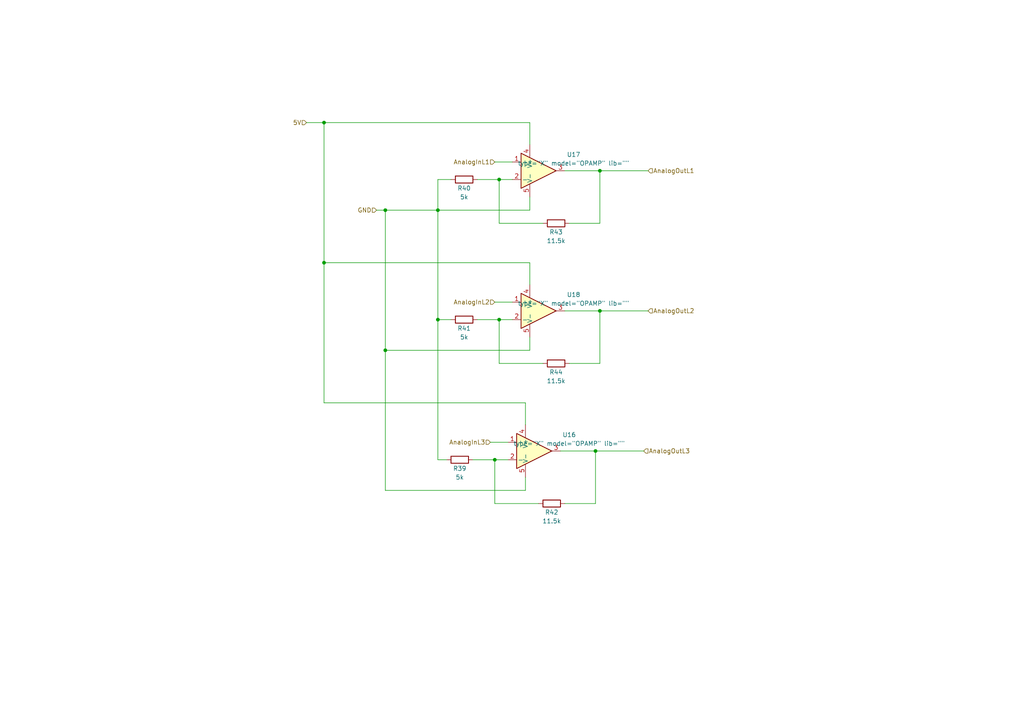
<source format=kicad_sch>
(kicad_sch (version 20211123) (generator eeschema)
  (paper "A4")
  (lib_symbols
    (symbol "Device:R" (pin_numbers hide) (pin_names (offset 0))
      (property "Reference" "R" (at 2.032 0 90))
      (property "Value" "R" (at 0 0 90))
      (symbol "R_0_1"
        (rectangle (start -1.016 -2.54) (end 1.016 2.54) (stroke (width 0.254)))
      )
      (symbol "R_1_1"
        (pin passive line (at 0 3.81 270) (length 1.27) (name "~") (number "1"))
        (pin passive line (at 0 -3.81 90) (length 1.27) (name "~") (number "2"))
      )
    )
    (symbol "Simulation_SPICE:OPAMP" (pin_names (offset 0.254))
      (property "Reference" "U" (at 3.81 3.175 0))
      (property "Value" "OPAMP" (at 3.81 -3.175 0))
      (symbol "OPAMP_0_1"
        (polyline (pts (xy 5.08 0) (xy -5.08 5.08) (xy -5.08 -5.08) (xy 5.08 0)) (stroke (width 0.254)) (fill (type background)))
      )
      (symbol "OPAMP_1_1"
        (pin input line (at -7.62 2.54 0) (length 2.54) (name "+") (number "1"))
        (pin input line (at -7.62 -2.54 0) (length 2.54) (name "-") (number "2"))
        (pin output line (at 7.62 0 180) (length 2.54) (name "~") (number "3"))
        (pin power_in line (at -2.54 7.62 270) (length 3.81) (name "V+") (number "4"))
        (pin power_in line (at -2.54 -7.62 90) (length 3.81) (name "V-") (number "5"))
      )
    )
  )
  (junction (at 143.51 133.35))
  (junction (at 144.78 92.71))
  (junction (at 172.72 130.81))
  (junction (at 111.76 101.6))
  (junction (at 93.98 76.2))
  (junction (at 93.98 35.56))
  (junction (at 127 92.71))
  (junction (at 173.99 90.17))
  (junction (at 144.78 52.07))
  (junction (at 111.76 60.96))
  (junction (at 173.99 49.53))
  (junction (at 127 60.96))
  (wire (pts (xy 127 52.07) (xy 127 60.96)))
  (wire (pts (xy 173.99 90.17) (xy 187.96 90.17)))
  (wire (pts (xy 142.24 128.27) (xy 147.32 128.27)))
  (wire (pts (xy 130.81 52.07) (xy 127 52.07)))
  (wire (pts (xy 93.98 76.2) (xy 153.67 76.2)))
  (wire (pts (xy 130.81 92.71) (xy 127 92.71)))
  (wire (pts (xy 144.78 52.07) (xy 148.59 52.07)))
  (wire (pts (xy 152.4 116.84) (xy 152.4 123.19)))
  (wire (pts (xy 93.98 116.84) (xy 152.4 116.84)))
  (wire (pts (xy 138.43 92.71) (xy 144.78 92.71)))
  (wire (pts (xy 153.67 35.56) (xy 153.67 41.91)))
  (wire (pts (xy 143.51 146.05) (xy 143.51 133.35)))
  (wire (pts (xy 163.83 90.17) (xy 173.99 90.17)))
  (wire (pts (xy 127 92.71) (xy 127 133.35)))
  (wire (pts (xy 111.76 60.96) (xy 127 60.96)))
  (wire (pts (xy 163.83 49.53) (xy 173.99 49.53)))
  (wire (pts (xy 157.48 64.77) (xy 144.78 64.77)))
  (wire (pts (xy 127 92.71) (xy 127 60.96)))
  (wire (pts (xy 127 60.96) (xy 153.67 60.96)))
  (wire (pts (xy 109.22 60.96) (xy 111.76 60.96)))
  (wire (pts (xy 144.78 92.71) (xy 148.59 92.71)))
  (wire (pts (xy 153.67 76.2) (xy 153.67 82.55)))
  (wire (pts (xy 111.76 101.6) (xy 153.67 101.6)))
  (wire (pts (xy 144.78 105.41) (xy 144.78 92.71)))
  (wire (pts (xy 143.51 133.35) (xy 147.32 133.35)))
  (wire (pts (xy 172.72 146.05) (xy 172.72 130.81)))
  (wire (pts (xy 88.9 35.56) (xy 93.98 35.56)))
  (wire (pts (xy 153.67 101.6) (xy 153.67 97.79)))
  (wire (pts (xy 162.56 130.81) (xy 172.72 130.81)))
  (wire (pts (xy 153.67 60.96) (xy 153.67 57.15)))
  (wire (pts (xy 173.99 49.53) (xy 187.96 49.53)))
  (wire (pts (xy 93.98 76.2) (xy 93.98 35.56)))
  (wire (pts (xy 144.78 64.77) (xy 144.78 52.07)))
  (wire (pts (xy 152.4 142.24) (xy 152.4 138.43)))
  (wire (pts (xy 165.1 105.41) (xy 173.99 105.41)))
  (wire (pts (xy 157.48 105.41) (xy 144.78 105.41)))
  (wire (pts (xy 93.98 116.84) (xy 93.98 76.2)))
  (wire (pts (xy 111.76 101.6) (xy 111.76 142.24)))
  (wire (pts (xy 143.51 46.99) (xy 148.59 46.99)))
  (wire (pts (xy 172.72 130.81) (xy 186.69 130.81)))
  (wire (pts (xy 127 133.35) (xy 129.54 133.35)))
  (wire (pts (xy 138.43 52.07) (xy 144.78 52.07)))
  (wire (pts (xy 173.99 64.77) (xy 173.99 49.53)))
  (wire (pts (xy 111.76 60.96) (xy 111.76 101.6)))
  (wire (pts (xy 163.83 146.05) (xy 172.72 146.05)))
  (wire (pts (xy 165.1 64.77) (xy 173.99 64.77)))
  (wire (pts (xy 173.99 105.41) (xy 173.99 90.17)))
  (wire (pts (xy 137.16 133.35) (xy 143.51 133.35)))
  (wire (pts (xy 93.98 35.56) (xy 153.67 35.56)))
  (wire (pts (xy 111.76 142.24) (xy 152.4 142.24)))
  (wire (pts (xy 156.21 146.05) (xy 143.51 146.05)))
  (wire (pts (xy 143.51 87.63) (xy 148.59 87.63)))
  (hierarchical_label "AnalogInL3" (shape input) (at 142.24 128.27 180))
  (hierarchical_label "AnalogOutL1" (shape input) (at 187.96 49.53 0))
  (hierarchical_label "AnalogInL2" (shape input) (at 143.51 87.63 180))
  (hierarchical_label "AnalogInL1" (shape input) (at 143.51 46.99 180))
  (hierarchical_label "AnalogOutL3" (shape input) (at 186.69 130.81 0))
  (hierarchical_label "AnalogOutL2" (shape input) (at 187.96 90.17 0))
  (hierarchical_label "5V" (shape input) (at 88.9 35.56 180))
  (hierarchical_label "GND" (shape input) (at 109.22 60.96 180))
  (symbol (lib_id "Simulation_SPICE:OPAMP") (at 156.21 90.17 0) (unit 1)
    (property "Reference" "U18" (at 166.37 85.471 0))
    (property "Value" "OPAMP" (at 166.37 88.011 0))
    (property "Spice_Netlist_Enabled" "Y" (effects hide))
    (property "Spice_Primitive" "X" (effects hide))
  )
  (symbol (lib_id "Simulation_SPICE:OPAMP") (at 156.21 49.53 0) (unit 1)
    (property "Reference" "U17" (at 166.37 44.831 0))
    (property "Value" "OPAMP" (at 166.37 47.371 0))
    (property "Spice_Netlist_Enabled" "Y" (effects hide))
    (property "Spice_Primitive" "X" (effects hide))
  )
  (symbol (lib_id "Device:R") (at 134.62 52.07 90) (unit 1)
    (property "Reference" "R40" (at 134.62 54.61 90))
    (property "Value" "5k" (at 134.62 57.15 90))
  )
  (symbol (lib_id "Device:R") (at 161.29 105.41 90) (unit 1)
    (property "Reference" "R44" (at 161.29 107.95 90))
    (property "Value" "11.5k" (at 161.29 110.49 90))
  )
  (symbol (lib_id "Device:R") (at 133.35 133.35 90) (unit 1)
    (property "Reference" "R39" (at 133.35 135.89 90))
    (property "Value" "5k" (at 133.35 138.43 90))
  )
  (symbol (lib_id "Device:R") (at 161.29 64.77 90) (unit 1)
    (property "Reference" "R43" (at 161.29 67.31 90))
    (property "Value" "11.5k" (at 161.29 69.85 90))
  )
  (symbol (lib_id "Device:R") (at 160.02 146.05 90) (unit 1)
    (property "Reference" "R42" (at 160.02 148.59 90))
    (property "Value" "11.5k" (at 160.02 151.13 90))
  )
  (symbol (lib_id "Device:R") (at 134.62 92.71 90) (unit 1)
    (property "Reference" "R41" (at 134.62 95.25 90))
    (property "Value" "5k" (at 134.62 97.79 90))
  )
  (symbol (lib_id "Simulation_SPICE:OPAMP") (at 154.94 130.81 0) (unit 1)
    (property "Reference" "U16" (at 165.1 126.111 0))
    (property "Value" "OPAMP" (at 165.1 128.651 0))
    (property "Spice_Netlist_Enabled" "Y" (effects hide))
    (property "Spice_Primitive" "X" (effects hide))
  )
)
</source>
